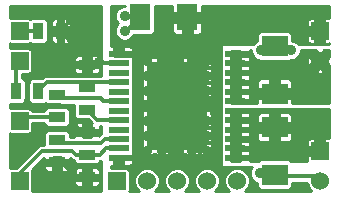
<source format=gtl>
G04 (created by PCBNEW (2013-07-07 BZR 4022)-stable) date 03/01/2015 23:01:15*
%MOIN*%
G04 Gerber Fmt 3.4, Leading zero omitted, Abs format*
%FSLAX34Y34*%
G01*
G70*
G90*
G04 APERTURE LIST*
%ADD10C,0.00590551*%
%ADD11R,0.06X0.06*%
%ADD12R,0.0866X0.0709*%
%ADD13R,0.0709X0.0866*%
%ADD14R,0.204724X0.295276*%
%ADD15R,0.0669291X0.0216535*%
%ADD16R,0.035X0.055*%
%ADD17R,0.055X0.035*%
%ADD18C,0.06*%
%ADD19C,0.035*%
%ADD20C,0.012*%
%ADD21C,0.01*%
G04 APERTURE END LIST*
G54D10*
G54D11*
X85500Y-59500D03*
X85500Y-61500D03*
X85500Y-56500D03*
X85500Y-57500D03*
G54D12*
X94000Y-57010D03*
X94000Y-58590D03*
X94000Y-61290D03*
X94000Y-59710D03*
G54D13*
X89510Y-56050D03*
X91090Y-56050D03*
G54D14*
X90750Y-59000D03*
G54D15*
X88808Y-57267D03*
X88808Y-57582D03*
X88808Y-57897D03*
X88808Y-58212D03*
X88808Y-58527D03*
X88808Y-58842D03*
X88808Y-59157D03*
X88808Y-59472D03*
X88808Y-59787D03*
X88808Y-60102D03*
X88808Y-60417D03*
X88808Y-60732D03*
X92691Y-60732D03*
X92691Y-60417D03*
X92691Y-60102D03*
X92691Y-59787D03*
X92691Y-59472D03*
X92691Y-59157D03*
X92691Y-58842D03*
X92691Y-58527D03*
X92691Y-58212D03*
X92691Y-57897D03*
X92691Y-57582D03*
X92691Y-57267D03*
G54D16*
X86125Y-56500D03*
X86875Y-56500D03*
G54D17*
X86750Y-59375D03*
X86750Y-58625D03*
G54D16*
X85375Y-58500D03*
X86125Y-58500D03*
G54D17*
X87750Y-60625D03*
X87750Y-61375D03*
X86750Y-60125D03*
X86750Y-60875D03*
X87750Y-59125D03*
X87750Y-59875D03*
X87750Y-58375D03*
X87750Y-57625D03*
G54D11*
X95500Y-60500D03*
G54D18*
X95500Y-61500D03*
G54D11*
X95500Y-56500D03*
G54D18*
X95500Y-57500D03*
G54D11*
X88750Y-61500D03*
G54D18*
X89750Y-61500D03*
X90750Y-61500D03*
X91750Y-61500D03*
X92750Y-61500D03*
G54D19*
X90750Y-59000D03*
X90500Y-58750D03*
X90000Y-60750D03*
X90500Y-60750D03*
X91000Y-60750D03*
X91500Y-60750D03*
X92000Y-60750D03*
X91750Y-60500D03*
X91250Y-60500D03*
X90750Y-60500D03*
X90250Y-60500D03*
X89750Y-60500D03*
X90000Y-60250D03*
X90500Y-60250D03*
X91000Y-60250D03*
X91500Y-60250D03*
X92000Y-60250D03*
X91750Y-60000D03*
X91250Y-60000D03*
X90750Y-60000D03*
X90250Y-60000D03*
X89750Y-60000D03*
X90000Y-59750D03*
X90500Y-59750D03*
X91000Y-59750D03*
X91500Y-59750D03*
X92000Y-59750D03*
X91750Y-59500D03*
X91250Y-59500D03*
X90750Y-59500D03*
X90250Y-59500D03*
X89750Y-59500D03*
X92000Y-57250D03*
X90250Y-59000D03*
X90000Y-58750D03*
X89750Y-59000D03*
X90000Y-59250D03*
X90500Y-59250D03*
X91000Y-59250D03*
X91500Y-59250D03*
X92000Y-59250D03*
X91750Y-59000D03*
X91250Y-59000D03*
X91000Y-58750D03*
X91500Y-58750D03*
X92000Y-58750D03*
X91750Y-58500D03*
X91250Y-58500D03*
X90750Y-58500D03*
X90250Y-58500D03*
X89750Y-58500D03*
X90000Y-58250D03*
X90500Y-58250D03*
X91000Y-58250D03*
X91500Y-58250D03*
X92000Y-58250D03*
X91750Y-58000D03*
X91250Y-58000D03*
X90750Y-58000D03*
X90250Y-58000D03*
X89750Y-58000D03*
X90000Y-57750D03*
X90500Y-57750D03*
X91000Y-57750D03*
X91500Y-57750D03*
X92000Y-57750D03*
X91750Y-57500D03*
X91250Y-57500D03*
X90750Y-57500D03*
X90250Y-57500D03*
X89750Y-57500D03*
X90000Y-57250D03*
X90500Y-57250D03*
X91000Y-57250D03*
X91500Y-57250D03*
X93550Y-57150D03*
X94550Y-57150D03*
X87200Y-56750D03*
X87200Y-56150D03*
X87300Y-59750D03*
X87250Y-61250D03*
X89000Y-56000D03*
X89000Y-56500D03*
X93500Y-61250D03*
X88150Y-57550D03*
G54D20*
X87750Y-60625D02*
X87375Y-60625D01*
X85500Y-61250D02*
X85500Y-61500D01*
X86250Y-60500D02*
X85500Y-61250D01*
X87250Y-60500D02*
X86250Y-60500D01*
X87375Y-60625D02*
X87250Y-60500D01*
X88808Y-60417D02*
X88382Y-60417D01*
X88175Y-60625D02*
X87750Y-60625D01*
X88382Y-60417D02*
X88175Y-60625D01*
X88808Y-59472D02*
X88097Y-59472D01*
X88097Y-59472D02*
X87750Y-59125D01*
X88808Y-60102D02*
X88347Y-60102D01*
X86875Y-60250D02*
X86750Y-60125D01*
X88200Y-60250D02*
X86875Y-60250D01*
X88347Y-60102D02*
X88200Y-60250D01*
X88808Y-58842D02*
X88292Y-58842D01*
X86875Y-58750D02*
X86750Y-58625D01*
X88200Y-58750D02*
X86875Y-58750D01*
X88292Y-58842D02*
X88200Y-58750D01*
X88808Y-58212D02*
X86412Y-58212D01*
X86412Y-58212D02*
X86125Y-58500D01*
X88808Y-58212D02*
X87912Y-58212D01*
X87912Y-58212D02*
X87750Y-58375D01*
X90500Y-58750D02*
X90750Y-59000D01*
X90250Y-59000D02*
X89750Y-59500D01*
X91000Y-60750D02*
X90500Y-60750D01*
X92000Y-60750D02*
X91500Y-60750D01*
X91250Y-60500D02*
X91750Y-60500D01*
X90250Y-60500D02*
X90750Y-60500D01*
X90000Y-60250D02*
X89750Y-60500D01*
X91000Y-60250D02*
X90500Y-60250D01*
X92000Y-60250D02*
X91500Y-60250D01*
X91250Y-60000D02*
X91750Y-60000D01*
X90250Y-60000D02*
X90750Y-60000D01*
X90000Y-59750D02*
X89750Y-60000D01*
X91000Y-59750D02*
X90500Y-59750D01*
X92000Y-59750D02*
X91500Y-59750D01*
X91250Y-59500D02*
X91750Y-59500D01*
X90250Y-59500D02*
X90750Y-59500D01*
X90000Y-58750D02*
X89750Y-59000D01*
X90000Y-59250D02*
X90500Y-59250D01*
X91000Y-59250D02*
X91500Y-59250D01*
X92000Y-59250D02*
X91750Y-59000D01*
X91250Y-59000D02*
X91000Y-58750D01*
X91500Y-58750D02*
X92000Y-58750D01*
X91750Y-58500D02*
X91250Y-58500D01*
X90750Y-58500D02*
X90250Y-58500D01*
X89750Y-58500D02*
X90000Y-58250D01*
X90500Y-58250D02*
X91000Y-58250D01*
X91500Y-58250D02*
X92000Y-58250D01*
X91750Y-58000D02*
X91250Y-58000D01*
X90750Y-58000D02*
X90250Y-58000D01*
X89750Y-58000D02*
X90000Y-57750D01*
X90500Y-57750D02*
X91000Y-57750D01*
X91500Y-57750D02*
X92000Y-57750D01*
X91750Y-57500D02*
X91250Y-57500D01*
X90750Y-57500D02*
X90250Y-57500D01*
X89750Y-57500D02*
X90000Y-57250D01*
X90500Y-57250D02*
X91000Y-57250D01*
X92000Y-57250D02*
X91500Y-57250D01*
X94000Y-57010D02*
X93690Y-57010D01*
X93690Y-57010D02*
X93550Y-57150D01*
X94000Y-57010D02*
X94410Y-57010D01*
X94410Y-57010D02*
X94550Y-57150D01*
X95450Y-61350D02*
X94060Y-61350D01*
X94060Y-61350D02*
X94000Y-61290D01*
X86875Y-56500D02*
X86875Y-56475D01*
X86875Y-56475D02*
X87200Y-56150D01*
X87750Y-59875D02*
X87425Y-59875D01*
X87425Y-59875D02*
X87300Y-59750D01*
X86750Y-60875D02*
X86875Y-60875D01*
X87375Y-61375D02*
X87250Y-61250D01*
X87375Y-61375D02*
X87750Y-61375D01*
X86875Y-60875D02*
X87250Y-61250D01*
X89000Y-56500D02*
X89060Y-56500D01*
X89050Y-56050D02*
X89000Y-56000D01*
X89510Y-56050D02*
X89050Y-56050D01*
X89060Y-56500D02*
X89510Y-56050D01*
X94000Y-61290D02*
X93540Y-61290D01*
X93540Y-61290D02*
X93500Y-61250D01*
X88808Y-57582D02*
X88182Y-57582D01*
X88182Y-57582D02*
X88150Y-57550D01*
X86125Y-56500D02*
X85500Y-56500D01*
X86750Y-59375D02*
X85625Y-59375D01*
X85625Y-59375D02*
X85500Y-59500D01*
X85375Y-58500D02*
X85375Y-57625D01*
X85375Y-57625D02*
X85500Y-57500D01*
G54D10*
G36*
X95830Y-56950D02*
X95362Y-56950D01*
X95362Y-56887D01*
X95362Y-56637D01*
X95362Y-56362D01*
X95362Y-56112D01*
X95325Y-56075D01*
X95254Y-56074D01*
X95195Y-56075D01*
X95139Y-56097D01*
X95097Y-56140D01*
X95074Y-56195D01*
X95075Y-56325D01*
X95112Y-56362D01*
X95362Y-56362D01*
X95362Y-56637D01*
X95112Y-56637D01*
X95075Y-56675D01*
X95074Y-56804D01*
X95097Y-56859D01*
X95139Y-56902D01*
X95195Y-56924D01*
X95254Y-56925D01*
X95325Y-56925D01*
X95362Y-56887D01*
X95362Y-56950D01*
X94809Y-56950D01*
X94734Y-56874D01*
X94614Y-56825D01*
X94583Y-56825D01*
X94583Y-56625D01*
X94560Y-56570D01*
X94518Y-56528D01*
X94462Y-56505D01*
X94403Y-56505D01*
X93537Y-56505D01*
X93482Y-56528D01*
X93439Y-56570D01*
X93417Y-56625D01*
X93416Y-56685D01*
X93416Y-56853D01*
X93366Y-56874D01*
X93290Y-56950D01*
X92200Y-56950D01*
X92200Y-61050D01*
X93240Y-61050D01*
X93224Y-61065D01*
X93175Y-61185D01*
X93174Y-61314D01*
X93224Y-61433D01*
X93315Y-61525D01*
X93416Y-61567D01*
X93416Y-61674D01*
X93439Y-61729D01*
X93481Y-61771D01*
X93537Y-61794D01*
X93596Y-61794D01*
X94462Y-61794D01*
X94517Y-61771D01*
X94560Y-61729D01*
X94582Y-61674D01*
X94583Y-61614D01*
X94583Y-61560D01*
X95074Y-61560D01*
X95074Y-61584D01*
X95139Y-61740D01*
X95229Y-61830D01*
X93020Y-61830D01*
X93110Y-61741D01*
X93174Y-61584D01*
X93175Y-61415D01*
X93110Y-61259D01*
X92991Y-61139D01*
X92834Y-61075D01*
X92665Y-61074D01*
X92509Y-61139D01*
X92389Y-61258D01*
X92325Y-61415D01*
X92324Y-61584D01*
X92389Y-61740D01*
X92479Y-61830D01*
X92020Y-61830D01*
X92110Y-61741D01*
X92174Y-61584D01*
X92175Y-61415D01*
X92110Y-61259D01*
X91991Y-61139D01*
X91923Y-61111D01*
X91923Y-60446D01*
X91923Y-57553D01*
X91923Y-57493D01*
X91900Y-57438D01*
X91858Y-57396D01*
X91803Y-57373D01*
X91594Y-57373D01*
X91594Y-56453D01*
X91594Y-56237D01*
X91557Y-56200D01*
X91240Y-56200D01*
X91240Y-56595D01*
X91277Y-56633D01*
X91474Y-56633D01*
X91529Y-56610D01*
X91571Y-56568D01*
X91594Y-56512D01*
X91594Y-56453D01*
X91594Y-57373D01*
X90940Y-57373D01*
X90940Y-56595D01*
X90940Y-56200D01*
X90623Y-56200D01*
X90585Y-56237D01*
X90585Y-56453D01*
X90585Y-56512D01*
X90608Y-56568D01*
X90650Y-56610D01*
X90705Y-56633D01*
X90902Y-56633D01*
X90940Y-56595D01*
X90940Y-57373D01*
X90937Y-57373D01*
X90900Y-57411D01*
X90900Y-58850D01*
X91886Y-58850D01*
X91923Y-58812D01*
X91923Y-57553D01*
X91923Y-60446D01*
X91923Y-59187D01*
X91886Y-59150D01*
X90900Y-59150D01*
X90900Y-60588D01*
X90937Y-60626D01*
X91803Y-60626D01*
X91858Y-60603D01*
X91900Y-60561D01*
X91923Y-60506D01*
X91923Y-60446D01*
X91923Y-61111D01*
X91834Y-61075D01*
X91665Y-61074D01*
X91509Y-61139D01*
X91389Y-61258D01*
X91325Y-61415D01*
X91324Y-61584D01*
X91389Y-61740D01*
X91479Y-61830D01*
X91020Y-61830D01*
X91110Y-61741D01*
X91174Y-61584D01*
X91175Y-61415D01*
X91110Y-61259D01*
X90991Y-61139D01*
X90834Y-61075D01*
X90665Y-61074D01*
X90600Y-61102D01*
X90600Y-60588D01*
X90600Y-59150D01*
X90600Y-58850D01*
X90600Y-57411D01*
X90562Y-57373D01*
X89696Y-57373D01*
X89641Y-57396D01*
X89599Y-57438D01*
X89576Y-57493D01*
X89576Y-57553D01*
X89576Y-58812D01*
X89613Y-58850D01*
X90600Y-58850D01*
X90600Y-59150D01*
X89613Y-59150D01*
X89576Y-59187D01*
X89576Y-60446D01*
X89576Y-60506D01*
X89599Y-60561D01*
X89641Y-60603D01*
X89696Y-60626D01*
X90562Y-60626D01*
X90600Y-60588D01*
X90600Y-61102D01*
X90509Y-61139D01*
X90389Y-61258D01*
X90325Y-61415D01*
X90324Y-61584D01*
X90389Y-61740D01*
X90479Y-61830D01*
X90020Y-61830D01*
X90110Y-61741D01*
X90174Y-61584D01*
X90175Y-61415D01*
X90110Y-61259D01*
X89991Y-61139D01*
X89834Y-61075D01*
X89665Y-61074D01*
X89509Y-61139D01*
X89389Y-61258D01*
X89325Y-61415D01*
X89324Y-61584D01*
X89389Y-61740D01*
X89479Y-61830D01*
X89292Y-61830D01*
X89292Y-60810D01*
X89292Y-60823D01*
X89255Y-60786D01*
X88958Y-60786D01*
X88958Y-60953D01*
X88995Y-60990D01*
X89172Y-60990D01*
X89227Y-60967D01*
X89269Y-60925D01*
X89292Y-60870D01*
X89292Y-60810D01*
X89292Y-61830D01*
X89164Y-61830D01*
X89174Y-61804D01*
X89175Y-61745D01*
X89175Y-61195D01*
X89152Y-61140D01*
X89110Y-61097D01*
X89054Y-61075D01*
X88995Y-61074D01*
X88550Y-61074D01*
X88550Y-60990D01*
X88620Y-60990D01*
X88658Y-60953D01*
X88658Y-60786D01*
X88650Y-60786D01*
X88650Y-60678D01*
X88658Y-60678D01*
X88658Y-60675D01*
X88958Y-60675D01*
X88958Y-60678D01*
X89255Y-60678D01*
X89292Y-60640D01*
X89292Y-60653D01*
X89292Y-60594D01*
X89284Y-60574D01*
X89292Y-60555D01*
X89292Y-60495D01*
X89292Y-60279D01*
X89284Y-60259D01*
X89292Y-60240D01*
X89292Y-60180D01*
X89292Y-59964D01*
X89284Y-59944D01*
X89292Y-59925D01*
X89292Y-59865D01*
X89292Y-59649D01*
X89284Y-59629D01*
X89292Y-59610D01*
X89292Y-59551D01*
X89292Y-59334D01*
X89284Y-59314D01*
X89292Y-59295D01*
X89292Y-59236D01*
X89292Y-59019D01*
X89284Y-59000D01*
X89292Y-58980D01*
X89292Y-58921D01*
X89292Y-58704D01*
X89284Y-58685D01*
X89292Y-58665D01*
X89292Y-58606D01*
X89292Y-58389D01*
X89284Y-58370D01*
X89292Y-58350D01*
X89292Y-58291D01*
X89292Y-58074D01*
X89284Y-58055D01*
X89292Y-58035D01*
X89292Y-57976D01*
X89292Y-57759D01*
X89284Y-57740D01*
X89292Y-57720D01*
X89292Y-57661D01*
X89292Y-57444D01*
X89284Y-57425D01*
X89292Y-57405D01*
X89292Y-57346D01*
X89292Y-57189D01*
X89292Y-57129D01*
X89269Y-57074D01*
X89227Y-57032D01*
X89172Y-57009D01*
X88995Y-57009D01*
X88958Y-57046D01*
X88958Y-57213D01*
X89255Y-57213D01*
X89292Y-57176D01*
X89292Y-57189D01*
X89292Y-57346D01*
X89292Y-57359D01*
X89255Y-57321D01*
X88958Y-57321D01*
X88958Y-57324D01*
X88658Y-57324D01*
X88658Y-57321D01*
X88650Y-57321D01*
X88650Y-57213D01*
X88658Y-57213D01*
X88658Y-57046D01*
X88620Y-57009D01*
X88550Y-57009D01*
X88550Y-55669D01*
X89005Y-55669D01*
X89005Y-55675D01*
X88935Y-55674D01*
X88816Y-55724D01*
X88724Y-55815D01*
X88675Y-55935D01*
X88674Y-56064D01*
X88724Y-56183D01*
X88790Y-56250D01*
X88724Y-56315D01*
X88675Y-56435D01*
X88674Y-56564D01*
X88724Y-56683D01*
X88815Y-56775D01*
X88935Y-56824D01*
X89064Y-56825D01*
X89183Y-56775D01*
X89275Y-56684D01*
X89296Y-56633D01*
X89894Y-56633D01*
X89949Y-56610D01*
X89991Y-56568D01*
X90014Y-56512D01*
X90014Y-56453D01*
X90014Y-55669D01*
X90585Y-55669D01*
X90585Y-55862D01*
X90623Y-55900D01*
X90940Y-55900D01*
X90940Y-55892D01*
X91240Y-55892D01*
X91240Y-55900D01*
X91557Y-55900D01*
X91594Y-55862D01*
X91594Y-55669D01*
X95830Y-55669D01*
X95830Y-56085D01*
X95804Y-56075D01*
X95745Y-56074D01*
X95675Y-56075D01*
X95637Y-56112D01*
X95637Y-56362D01*
X95657Y-56362D01*
X95657Y-56637D01*
X95637Y-56637D01*
X95637Y-56887D01*
X95675Y-56925D01*
X95745Y-56925D01*
X95804Y-56924D01*
X95830Y-56914D01*
X95830Y-56950D01*
X95830Y-56950D01*
G37*
G54D21*
X95830Y-56950D02*
X95362Y-56950D01*
X95362Y-56887D01*
X95362Y-56637D01*
X95362Y-56362D01*
X95362Y-56112D01*
X95325Y-56075D01*
X95254Y-56074D01*
X95195Y-56075D01*
X95139Y-56097D01*
X95097Y-56140D01*
X95074Y-56195D01*
X95075Y-56325D01*
X95112Y-56362D01*
X95362Y-56362D01*
X95362Y-56637D01*
X95112Y-56637D01*
X95075Y-56675D01*
X95074Y-56804D01*
X95097Y-56859D01*
X95139Y-56902D01*
X95195Y-56924D01*
X95254Y-56925D01*
X95325Y-56925D01*
X95362Y-56887D01*
X95362Y-56950D01*
X94809Y-56950D01*
X94734Y-56874D01*
X94614Y-56825D01*
X94583Y-56825D01*
X94583Y-56625D01*
X94560Y-56570D01*
X94518Y-56528D01*
X94462Y-56505D01*
X94403Y-56505D01*
X93537Y-56505D01*
X93482Y-56528D01*
X93439Y-56570D01*
X93417Y-56625D01*
X93416Y-56685D01*
X93416Y-56853D01*
X93366Y-56874D01*
X93290Y-56950D01*
X92200Y-56950D01*
X92200Y-61050D01*
X93240Y-61050D01*
X93224Y-61065D01*
X93175Y-61185D01*
X93174Y-61314D01*
X93224Y-61433D01*
X93315Y-61525D01*
X93416Y-61567D01*
X93416Y-61674D01*
X93439Y-61729D01*
X93481Y-61771D01*
X93537Y-61794D01*
X93596Y-61794D01*
X94462Y-61794D01*
X94517Y-61771D01*
X94560Y-61729D01*
X94582Y-61674D01*
X94583Y-61614D01*
X94583Y-61560D01*
X95074Y-61560D01*
X95074Y-61584D01*
X95139Y-61740D01*
X95229Y-61830D01*
X93020Y-61830D01*
X93110Y-61741D01*
X93174Y-61584D01*
X93175Y-61415D01*
X93110Y-61259D01*
X92991Y-61139D01*
X92834Y-61075D01*
X92665Y-61074D01*
X92509Y-61139D01*
X92389Y-61258D01*
X92325Y-61415D01*
X92324Y-61584D01*
X92389Y-61740D01*
X92479Y-61830D01*
X92020Y-61830D01*
X92110Y-61741D01*
X92174Y-61584D01*
X92175Y-61415D01*
X92110Y-61259D01*
X91991Y-61139D01*
X91923Y-61111D01*
X91923Y-60446D01*
X91923Y-57553D01*
X91923Y-57493D01*
X91900Y-57438D01*
X91858Y-57396D01*
X91803Y-57373D01*
X91594Y-57373D01*
X91594Y-56453D01*
X91594Y-56237D01*
X91557Y-56200D01*
X91240Y-56200D01*
X91240Y-56595D01*
X91277Y-56633D01*
X91474Y-56633D01*
X91529Y-56610D01*
X91571Y-56568D01*
X91594Y-56512D01*
X91594Y-56453D01*
X91594Y-57373D01*
X90940Y-57373D01*
X90940Y-56595D01*
X90940Y-56200D01*
X90623Y-56200D01*
X90585Y-56237D01*
X90585Y-56453D01*
X90585Y-56512D01*
X90608Y-56568D01*
X90650Y-56610D01*
X90705Y-56633D01*
X90902Y-56633D01*
X90940Y-56595D01*
X90940Y-57373D01*
X90937Y-57373D01*
X90900Y-57411D01*
X90900Y-58850D01*
X91886Y-58850D01*
X91923Y-58812D01*
X91923Y-57553D01*
X91923Y-60446D01*
X91923Y-59187D01*
X91886Y-59150D01*
X90900Y-59150D01*
X90900Y-60588D01*
X90937Y-60626D01*
X91803Y-60626D01*
X91858Y-60603D01*
X91900Y-60561D01*
X91923Y-60506D01*
X91923Y-60446D01*
X91923Y-61111D01*
X91834Y-61075D01*
X91665Y-61074D01*
X91509Y-61139D01*
X91389Y-61258D01*
X91325Y-61415D01*
X91324Y-61584D01*
X91389Y-61740D01*
X91479Y-61830D01*
X91020Y-61830D01*
X91110Y-61741D01*
X91174Y-61584D01*
X91175Y-61415D01*
X91110Y-61259D01*
X90991Y-61139D01*
X90834Y-61075D01*
X90665Y-61074D01*
X90600Y-61102D01*
X90600Y-60588D01*
X90600Y-59150D01*
X90600Y-58850D01*
X90600Y-57411D01*
X90562Y-57373D01*
X89696Y-57373D01*
X89641Y-57396D01*
X89599Y-57438D01*
X89576Y-57493D01*
X89576Y-57553D01*
X89576Y-58812D01*
X89613Y-58850D01*
X90600Y-58850D01*
X90600Y-59150D01*
X89613Y-59150D01*
X89576Y-59187D01*
X89576Y-60446D01*
X89576Y-60506D01*
X89599Y-60561D01*
X89641Y-60603D01*
X89696Y-60626D01*
X90562Y-60626D01*
X90600Y-60588D01*
X90600Y-61102D01*
X90509Y-61139D01*
X90389Y-61258D01*
X90325Y-61415D01*
X90324Y-61584D01*
X90389Y-61740D01*
X90479Y-61830D01*
X90020Y-61830D01*
X90110Y-61741D01*
X90174Y-61584D01*
X90175Y-61415D01*
X90110Y-61259D01*
X89991Y-61139D01*
X89834Y-61075D01*
X89665Y-61074D01*
X89509Y-61139D01*
X89389Y-61258D01*
X89325Y-61415D01*
X89324Y-61584D01*
X89389Y-61740D01*
X89479Y-61830D01*
X89292Y-61830D01*
X89292Y-60810D01*
X89292Y-60823D01*
X89255Y-60786D01*
X88958Y-60786D01*
X88958Y-60953D01*
X88995Y-60990D01*
X89172Y-60990D01*
X89227Y-60967D01*
X89269Y-60925D01*
X89292Y-60870D01*
X89292Y-60810D01*
X89292Y-61830D01*
X89164Y-61830D01*
X89174Y-61804D01*
X89175Y-61745D01*
X89175Y-61195D01*
X89152Y-61140D01*
X89110Y-61097D01*
X89054Y-61075D01*
X88995Y-61074D01*
X88550Y-61074D01*
X88550Y-60990D01*
X88620Y-60990D01*
X88658Y-60953D01*
X88658Y-60786D01*
X88650Y-60786D01*
X88650Y-60678D01*
X88658Y-60678D01*
X88658Y-60675D01*
X88958Y-60675D01*
X88958Y-60678D01*
X89255Y-60678D01*
X89292Y-60640D01*
X89292Y-60653D01*
X89292Y-60594D01*
X89284Y-60574D01*
X89292Y-60555D01*
X89292Y-60495D01*
X89292Y-60279D01*
X89284Y-60259D01*
X89292Y-60240D01*
X89292Y-60180D01*
X89292Y-59964D01*
X89284Y-59944D01*
X89292Y-59925D01*
X89292Y-59865D01*
X89292Y-59649D01*
X89284Y-59629D01*
X89292Y-59610D01*
X89292Y-59551D01*
X89292Y-59334D01*
X89284Y-59314D01*
X89292Y-59295D01*
X89292Y-59236D01*
X89292Y-59019D01*
X89284Y-59000D01*
X89292Y-58980D01*
X89292Y-58921D01*
X89292Y-58704D01*
X89284Y-58685D01*
X89292Y-58665D01*
X89292Y-58606D01*
X89292Y-58389D01*
X89284Y-58370D01*
X89292Y-58350D01*
X89292Y-58291D01*
X89292Y-58074D01*
X89284Y-58055D01*
X89292Y-58035D01*
X89292Y-57976D01*
X89292Y-57759D01*
X89284Y-57740D01*
X89292Y-57720D01*
X89292Y-57661D01*
X89292Y-57444D01*
X89284Y-57425D01*
X89292Y-57405D01*
X89292Y-57346D01*
X89292Y-57189D01*
X89292Y-57129D01*
X89269Y-57074D01*
X89227Y-57032D01*
X89172Y-57009D01*
X88995Y-57009D01*
X88958Y-57046D01*
X88958Y-57213D01*
X89255Y-57213D01*
X89292Y-57176D01*
X89292Y-57189D01*
X89292Y-57346D01*
X89292Y-57359D01*
X89255Y-57321D01*
X88958Y-57321D01*
X88958Y-57324D01*
X88658Y-57324D01*
X88658Y-57321D01*
X88650Y-57321D01*
X88650Y-57213D01*
X88658Y-57213D01*
X88658Y-57046D01*
X88620Y-57009D01*
X88550Y-57009D01*
X88550Y-55669D01*
X89005Y-55669D01*
X89005Y-55675D01*
X88935Y-55674D01*
X88816Y-55724D01*
X88724Y-55815D01*
X88675Y-55935D01*
X88674Y-56064D01*
X88724Y-56183D01*
X88790Y-56250D01*
X88724Y-56315D01*
X88675Y-56435D01*
X88674Y-56564D01*
X88724Y-56683D01*
X88815Y-56775D01*
X88935Y-56824D01*
X89064Y-56825D01*
X89183Y-56775D01*
X89275Y-56684D01*
X89296Y-56633D01*
X89894Y-56633D01*
X89949Y-56610D01*
X89991Y-56568D01*
X90014Y-56512D01*
X90014Y-56453D01*
X90014Y-55669D01*
X90585Y-55669D01*
X90585Y-55862D01*
X90623Y-55900D01*
X90940Y-55900D01*
X90940Y-55892D01*
X91240Y-55892D01*
X91240Y-55900D01*
X91557Y-55900D01*
X91594Y-55862D01*
X91594Y-55669D01*
X95830Y-55669D01*
X95830Y-56085D01*
X95804Y-56075D01*
X95745Y-56074D01*
X95675Y-56075D01*
X95637Y-56112D01*
X95637Y-56362D01*
X95657Y-56362D01*
X95657Y-56637D01*
X95637Y-56637D01*
X95637Y-56887D01*
X95675Y-56925D01*
X95745Y-56925D01*
X95804Y-56924D01*
X95830Y-56914D01*
X95830Y-56950D01*
G54D10*
G36*
X95830Y-58900D02*
X95665Y-58900D01*
X95665Y-57859D01*
X95500Y-57694D01*
X95334Y-57859D01*
X95369Y-57913D01*
X95537Y-57931D01*
X95630Y-57913D01*
X95665Y-57859D01*
X95665Y-58900D01*
X95305Y-58900D01*
X95305Y-57500D01*
X95140Y-57334D01*
X95086Y-57369D01*
X95068Y-57537D01*
X95086Y-57630D01*
X95140Y-57665D01*
X95305Y-57500D01*
X95305Y-58900D01*
X94583Y-58900D01*
X94583Y-58205D01*
X94560Y-58150D01*
X94518Y-58108D01*
X94462Y-58085D01*
X94403Y-58085D01*
X94187Y-58085D01*
X94150Y-58123D01*
X94150Y-58440D01*
X94545Y-58440D01*
X94583Y-58402D01*
X94583Y-58205D01*
X94583Y-58900D01*
X94583Y-58900D01*
X94583Y-58777D01*
X94545Y-58740D01*
X94150Y-58740D01*
X94150Y-58747D01*
X93850Y-58747D01*
X93850Y-58740D01*
X93850Y-58440D01*
X93850Y-58123D01*
X93812Y-58085D01*
X93596Y-58085D01*
X93537Y-58085D01*
X93481Y-58108D01*
X93439Y-58150D01*
X93416Y-58205D01*
X93417Y-58402D01*
X93454Y-58440D01*
X93850Y-58440D01*
X93850Y-58740D01*
X93454Y-58740D01*
X93417Y-58777D01*
X93416Y-58900D01*
X93176Y-58900D01*
X93176Y-58763D01*
X93176Y-58704D01*
X93168Y-58685D01*
X93176Y-58665D01*
X93176Y-58606D01*
X93176Y-58448D01*
X93176Y-58389D01*
X93168Y-58370D01*
X93176Y-58350D01*
X93176Y-58291D01*
X93176Y-58134D01*
X93176Y-58074D01*
X93168Y-58055D01*
X93176Y-58035D01*
X93176Y-57976D01*
X93176Y-57819D01*
X93176Y-57759D01*
X93168Y-57740D01*
X93176Y-57720D01*
X93176Y-57661D01*
X93176Y-57504D01*
X93176Y-57444D01*
X93168Y-57425D01*
X93176Y-57405D01*
X93176Y-57346D01*
X93176Y-57359D01*
X93139Y-57321D01*
X92841Y-57321D01*
X92841Y-57361D01*
X92841Y-57488D01*
X92841Y-57528D01*
X93139Y-57528D01*
X93176Y-57491D01*
X93176Y-57504D01*
X93176Y-57661D01*
X93176Y-57674D01*
X93139Y-57636D01*
X92841Y-57636D01*
X92841Y-57676D01*
X92841Y-57803D01*
X92841Y-57843D01*
X93139Y-57843D01*
X93176Y-57806D01*
X93176Y-57819D01*
X93176Y-57976D01*
X93176Y-57989D01*
X93139Y-57951D01*
X92841Y-57951D01*
X92841Y-57991D01*
X92841Y-58118D01*
X92841Y-58158D01*
X93139Y-58158D01*
X93176Y-58120D01*
X93176Y-58134D01*
X93176Y-58291D01*
X93176Y-58304D01*
X93139Y-58266D01*
X92841Y-58266D01*
X92841Y-58306D01*
X92841Y-58433D01*
X92841Y-58473D01*
X93139Y-58473D01*
X93176Y-58435D01*
X93176Y-58448D01*
X93176Y-58606D01*
X93176Y-58619D01*
X93139Y-58581D01*
X92841Y-58581D01*
X92841Y-58621D01*
X92841Y-58748D01*
X92841Y-58788D01*
X93139Y-58788D01*
X93176Y-58750D01*
X93176Y-58763D01*
X93176Y-58900D01*
X93142Y-58900D01*
X93139Y-58896D01*
X92841Y-58896D01*
X92841Y-58899D01*
X92541Y-58899D01*
X92541Y-58896D01*
X92534Y-58896D01*
X92534Y-58788D01*
X92541Y-58788D01*
X92541Y-58748D01*
X92541Y-58621D01*
X92541Y-58581D01*
X92534Y-58581D01*
X92534Y-58473D01*
X92541Y-58473D01*
X92541Y-58433D01*
X92541Y-58306D01*
X92541Y-58266D01*
X92534Y-58266D01*
X92534Y-58158D01*
X92541Y-58158D01*
X92541Y-58118D01*
X92541Y-57991D01*
X92541Y-57951D01*
X92534Y-57951D01*
X92534Y-57843D01*
X92541Y-57843D01*
X92541Y-57803D01*
X92541Y-57676D01*
X92541Y-57636D01*
X92534Y-57636D01*
X92534Y-57528D01*
X92541Y-57528D01*
X92541Y-57488D01*
X92541Y-57361D01*
X92541Y-57321D01*
X92534Y-57321D01*
X92534Y-57213D01*
X92541Y-57213D01*
X92541Y-57159D01*
X92841Y-57159D01*
X92841Y-57213D01*
X93139Y-57213D01*
X93176Y-57176D01*
X93176Y-57189D01*
X93176Y-57150D01*
X93224Y-57150D01*
X93224Y-57214D01*
X93274Y-57333D01*
X93365Y-57425D01*
X93451Y-57460D01*
X93481Y-57491D01*
X93537Y-57514D01*
X93596Y-57514D01*
X94462Y-57514D01*
X94517Y-57491D01*
X94534Y-57474D01*
X94614Y-57475D01*
X94733Y-57425D01*
X94825Y-57334D01*
X94874Y-57214D01*
X94875Y-57150D01*
X95344Y-57150D01*
X95500Y-57305D01*
X95655Y-57150D01*
X95830Y-57150D01*
X95830Y-57364D01*
X95694Y-57500D01*
X95830Y-57635D01*
X95830Y-58900D01*
X95830Y-58900D01*
G37*
G54D21*
X95830Y-58900D02*
X95665Y-58900D01*
X95665Y-57859D01*
X95500Y-57694D01*
X95334Y-57859D01*
X95369Y-57913D01*
X95537Y-57931D01*
X95630Y-57913D01*
X95665Y-57859D01*
X95665Y-58900D01*
X95305Y-58900D01*
X95305Y-57500D01*
X95140Y-57334D01*
X95086Y-57369D01*
X95068Y-57537D01*
X95086Y-57630D01*
X95140Y-57665D01*
X95305Y-57500D01*
X95305Y-58900D01*
X94583Y-58900D01*
X94583Y-58205D01*
X94560Y-58150D01*
X94518Y-58108D01*
X94462Y-58085D01*
X94403Y-58085D01*
X94187Y-58085D01*
X94150Y-58123D01*
X94150Y-58440D01*
X94545Y-58440D01*
X94583Y-58402D01*
X94583Y-58205D01*
X94583Y-58900D01*
X94583Y-58900D01*
X94583Y-58777D01*
X94545Y-58740D01*
X94150Y-58740D01*
X94150Y-58747D01*
X93850Y-58747D01*
X93850Y-58740D01*
X93850Y-58440D01*
X93850Y-58123D01*
X93812Y-58085D01*
X93596Y-58085D01*
X93537Y-58085D01*
X93481Y-58108D01*
X93439Y-58150D01*
X93416Y-58205D01*
X93417Y-58402D01*
X93454Y-58440D01*
X93850Y-58440D01*
X93850Y-58740D01*
X93454Y-58740D01*
X93417Y-58777D01*
X93416Y-58900D01*
X93176Y-58900D01*
X93176Y-58763D01*
X93176Y-58704D01*
X93168Y-58685D01*
X93176Y-58665D01*
X93176Y-58606D01*
X93176Y-58448D01*
X93176Y-58389D01*
X93168Y-58370D01*
X93176Y-58350D01*
X93176Y-58291D01*
X93176Y-58134D01*
X93176Y-58074D01*
X93168Y-58055D01*
X93176Y-58035D01*
X93176Y-57976D01*
X93176Y-57819D01*
X93176Y-57759D01*
X93168Y-57740D01*
X93176Y-57720D01*
X93176Y-57661D01*
X93176Y-57504D01*
X93176Y-57444D01*
X93168Y-57425D01*
X93176Y-57405D01*
X93176Y-57346D01*
X93176Y-57359D01*
X93139Y-57321D01*
X92841Y-57321D01*
X92841Y-57361D01*
X92841Y-57488D01*
X92841Y-57528D01*
X93139Y-57528D01*
X93176Y-57491D01*
X93176Y-57504D01*
X93176Y-57661D01*
X93176Y-57674D01*
X93139Y-57636D01*
X92841Y-57636D01*
X92841Y-57676D01*
X92841Y-57803D01*
X92841Y-57843D01*
X93139Y-57843D01*
X93176Y-57806D01*
X93176Y-57819D01*
X93176Y-57976D01*
X93176Y-57989D01*
X93139Y-57951D01*
X92841Y-57951D01*
X92841Y-57991D01*
X92841Y-58118D01*
X92841Y-58158D01*
X93139Y-58158D01*
X93176Y-58120D01*
X93176Y-58134D01*
X93176Y-58291D01*
X93176Y-58304D01*
X93139Y-58266D01*
X92841Y-58266D01*
X92841Y-58306D01*
X92841Y-58433D01*
X92841Y-58473D01*
X93139Y-58473D01*
X93176Y-58435D01*
X93176Y-58448D01*
X93176Y-58606D01*
X93176Y-58619D01*
X93139Y-58581D01*
X92841Y-58581D01*
X92841Y-58621D01*
X92841Y-58748D01*
X92841Y-58788D01*
X93139Y-58788D01*
X93176Y-58750D01*
X93176Y-58763D01*
X93176Y-58900D01*
X93142Y-58900D01*
X93139Y-58896D01*
X92841Y-58896D01*
X92841Y-58899D01*
X92541Y-58899D01*
X92541Y-58896D01*
X92534Y-58896D01*
X92534Y-58788D01*
X92541Y-58788D01*
X92541Y-58748D01*
X92541Y-58621D01*
X92541Y-58581D01*
X92534Y-58581D01*
X92534Y-58473D01*
X92541Y-58473D01*
X92541Y-58433D01*
X92541Y-58306D01*
X92541Y-58266D01*
X92534Y-58266D01*
X92534Y-58158D01*
X92541Y-58158D01*
X92541Y-58118D01*
X92541Y-57991D01*
X92541Y-57951D01*
X92534Y-57951D01*
X92534Y-57843D01*
X92541Y-57843D01*
X92541Y-57803D01*
X92541Y-57676D01*
X92541Y-57636D01*
X92534Y-57636D01*
X92534Y-57528D01*
X92541Y-57528D01*
X92541Y-57488D01*
X92541Y-57361D01*
X92541Y-57321D01*
X92534Y-57321D01*
X92534Y-57213D01*
X92541Y-57213D01*
X92541Y-57159D01*
X92841Y-57159D01*
X92841Y-57213D01*
X93139Y-57213D01*
X93176Y-57176D01*
X93176Y-57189D01*
X93176Y-57150D01*
X93224Y-57150D01*
X93224Y-57214D01*
X93274Y-57333D01*
X93365Y-57425D01*
X93451Y-57460D01*
X93481Y-57491D01*
X93537Y-57514D01*
X93596Y-57514D01*
X94462Y-57514D01*
X94517Y-57491D01*
X94534Y-57474D01*
X94614Y-57475D01*
X94733Y-57425D01*
X94825Y-57334D01*
X94874Y-57214D01*
X94875Y-57150D01*
X95344Y-57150D01*
X95500Y-57305D01*
X95655Y-57150D01*
X95830Y-57150D01*
X95830Y-57364D01*
X95694Y-57500D01*
X95830Y-57635D01*
X95830Y-58900D01*
G54D10*
G36*
X95830Y-60085D02*
X95804Y-60075D01*
X95745Y-60074D01*
X95675Y-60075D01*
X95637Y-60112D01*
X95637Y-60362D01*
X95657Y-60362D01*
X95657Y-60637D01*
X95637Y-60637D01*
X95637Y-60657D01*
X95362Y-60657D01*
X95362Y-60637D01*
X95362Y-60362D01*
X95362Y-60112D01*
X95325Y-60075D01*
X95254Y-60074D01*
X95195Y-60075D01*
X95139Y-60097D01*
X95097Y-60140D01*
X95074Y-60195D01*
X95075Y-60325D01*
X95112Y-60362D01*
X95362Y-60362D01*
X95362Y-60637D01*
X95112Y-60637D01*
X95075Y-60675D01*
X95074Y-60804D01*
X95093Y-60850D01*
X94583Y-60850D01*
X94583Y-60094D01*
X94583Y-59325D01*
X94560Y-59270D01*
X94518Y-59228D01*
X94462Y-59205D01*
X94403Y-59205D01*
X94187Y-59205D01*
X94150Y-59243D01*
X94150Y-59560D01*
X94545Y-59560D01*
X94583Y-59522D01*
X94583Y-59325D01*
X94583Y-60094D01*
X94583Y-59897D01*
X94545Y-59860D01*
X94150Y-59860D01*
X94150Y-60177D01*
X94187Y-60214D01*
X94403Y-60214D01*
X94462Y-60214D01*
X94518Y-60191D01*
X94560Y-60149D01*
X94583Y-60094D01*
X94583Y-60850D01*
X94559Y-60850D01*
X94518Y-60808D01*
X94462Y-60785D01*
X94403Y-60785D01*
X93850Y-60785D01*
X93850Y-60177D01*
X93850Y-59860D01*
X93850Y-59560D01*
X93850Y-59243D01*
X93812Y-59205D01*
X93596Y-59205D01*
X93537Y-59205D01*
X93481Y-59228D01*
X93439Y-59270D01*
X93416Y-59325D01*
X93417Y-59522D01*
X93454Y-59560D01*
X93850Y-59560D01*
X93850Y-59860D01*
X93454Y-59860D01*
X93417Y-59897D01*
X93416Y-60094D01*
X93439Y-60149D01*
X93481Y-60191D01*
X93537Y-60214D01*
X93596Y-60214D01*
X93812Y-60214D01*
X93850Y-60177D01*
X93850Y-60785D01*
X93537Y-60785D01*
X93482Y-60808D01*
X93440Y-60850D01*
X93176Y-60850D01*
X93176Y-60810D01*
X93176Y-60653D01*
X93176Y-60594D01*
X93168Y-60574D01*
X93176Y-60555D01*
X93176Y-60495D01*
X93176Y-60338D01*
X93176Y-60279D01*
X93168Y-60259D01*
X93176Y-60240D01*
X93176Y-60180D01*
X93176Y-60023D01*
X93176Y-59964D01*
X93168Y-59944D01*
X93176Y-59925D01*
X93176Y-59865D01*
X93176Y-59708D01*
X93176Y-59649D01*
X93168Y-59629D01*
X93176Y-59610D01*
X93176Y-59551D01*
X93176Y-59393D01*
X93176Y-59334D01*
X93168Y-59314D01*
X93176Y-59295D01*
X93176Y-59236D01*
X93176Y-59249D01*
X93139Y-59211D01*
X92841Y-59211D01*
X92841Y-59251D01*
X92841Y-59378D01*
X92841Y-59418D01*
X93139Y-59418D01*
X93176Y-59380D01*
X93176Y-59393D01*
X93176Y-59551D01*
X93176Y-59564D01*
X93139Y-59526D01*
X92841Y-59526D01*
X92841Y-59566D01*
X92841Y-59693D01*
X92841Y-59733D01*
X93139Y-59733D01*
X93176Y-59695D01*
X93176Y-59708D01*
X93176Y-59865D01*
X93176Y-59879D01*
X93139Y-59841D01*
X92841Y-59841D01*
X92841Y-59881D01*
X92841Y-60008D01*
X92841Y-60048D01*
X93139Y-60048D01*
X93176Y-60010D01*
X93176Y-60023D01*
X93176Y-60180D01*
X93176Y-60193D01*
X93139Y-60156D01*
X92841Y-60156D01*
X92841Y-60196D01*
X92841Y-60323D01*
X92841Y-60363D01*
X93139Y-60363D01*
X93176Y-60325D01*
X93176Y-60338D01*
X93176Y-60495D01*
X93176Y-60508D01*
X93139Y-60471D01*
X92841Y-60471D01*
X92841Y-60511D01*
X92841Y-60638D01*
X92841Y-60678D01*
X93139Y-60678D01*
X93176Y-60640D01*
X93176Y-60653D01*
X93176Y-60810D01*
X93176Y-60823D01*
X93139Y-60786D01*
X92841Y-60786D01*
X92841Y-60840D01*
X92541Y-60840D01*
X92541Y-60786D01*
X92534Y-60786D01*
X92534Y-60678D01*
X92541Y-60678D01*
X92541Y-60638D01*
X92541Y-60511D01*
X92541Y-60471D01*
X92534Y-60471D01*
X92534Y-60363D01*
X92541Y-60363D01*
X92541Y-60323D01*
X92541Y-60196D01*
X92541Y-60156D01*
X92534Y-60156D01*
X92534Y-60048D01*
X92541Y-60048D01*
X92541Y-60008D01*
X92541Y-59881D01*
X92541Y-59841D01*
X92534Y-59841D01*
X92534Y-59733D01*
X92541Y-59733D01*
X92541Y-59693D01*
X92541Y-59566D01*
X92541Y-59526D01*
X92534Y-59526D01*
X92534Y-59418D01*
X92541Y-59418D01*
X92541Y-59378D01*
X92541Y-59251D01*
X92541Y-59211D01*
X92534Y-59211D01*
X92534Y-59103D01*
X92541Y-59103D01*
X92541Y-59100D01*
X92841Y-59100D01*
X92841Y-59103D01*
X93139Y-59103D01*
X93142Y-59100D01*
X95830Y-59100D01*
X95830Y-60085D01*
X95830Y-60085D01*
G37*
G54D21*
X95830Y-60085D02*
X95804Y-60075D01*
X95745Y-60074D01*
X95675Y-60075D01*
X95637Y-60112D01*
X95637Y-60362D01*
X95657Y-60362D01*
X95657Y-60637D01*
X95637Y-60637D01*
X95637Y-60657D01*
X95362Y-60657D01*
X95362Y-60637D01*
X95362Y-60362D01*
X95362Y-60112D01*
X95325Y-60075D01*
X95254Y-60074D01*
X95195Y-60075D01*
X95139Y-60097D01*
X95097Y-60140D01*
X95074Y-60195D01*
X95075Y-60325D01*
X95112Y-60362D01*
X95362Y-60362D01*
X95362Y-60637D01*
X95112Y-60637D01*
X95075Y-60675D01*
X95074Y-60804D01*
X95093Y-60850D01*
X94583Y-60850D01*
X94583Y-60094D01*
X94583Y-59325D01*
X94560Y-59270D01*
X94518Y-59228D01*
X94462Y-59205D01*
X94403Y-59205D01*
X94187Y-59205D01*
X94150Y-59243D01*
X94150Y-59560D01*
X94545Y-59560D01*
X94583Y-59522D01*
X94583Y-59325D01*
X94583Y-60094D01*
X94583Y-59897D01*
X94545Y-59860D01*
X94150Y-59860D01*
X94150Y-60177D01*
X94187Y-60214D01*
X94403Y-60214D01*
X94462Y-60214D01*
X94518Y-60191D01*
X94560Y-60149D01*
X94583Y-60094D01*
X94583Y-60850D01*
X94559Y-60850D01*
X94518Y-60808D01*
X94462Y-60785D01*
X94403Y-60785D01*
X93850Y-60785D01*
X93850Y-60177D01*
X93850Y-59860D01*
X93850Y-59560D01*
X93850Y-59243D01*
X93812Y-59205D01*
X93596Y-59205D01*
X93537Y-59205D01*
X93481Y-59228D01*
X93439Y-59270D01*
X93416Y-59325D01*
X93417Y-59522D01*
X93454Y-59560D01*
X93850Y-59560D01*
X93850Y-59860D01*
X93454Y-59860D01*
X93417Y-59897D01*
X93416Y-60094D01*
X93439Y-60149D01*
X93481Y-60191D01*
X93537Y-60214D01*
X93596Y-60214D01*
X93812Y-60214D01*
X93850Y-60177D01*
X93850Y-60785D01*
X93537Y-60785D01*
X93482Y-60808D01*
X93440Y-60850D01*
X93176Y-60850D01*
X93176Y-60810D01*
X93176Y-60653D01*
X93176Y-60594D01*
X93168Y-60574D01*
X93176Y-60555D01*
X93176Y-60495D01*
X93176Y-60338D01*
X93176Y-60279D01*
X93168Y-60259D01*
X93176Y-60240D01*
X93176Y-60180D01*
X93176Y-60023D01*
X93176Y-59964D01*
X93168Y-59944D01*
X93176Y-59925D01*
X93176Y-59865D01*
X93176Y-59708D01*
X93176Y-59649D01*
X93168Y-59629D01*
X93176Y-59610D01*
X93176Y-59551D01*
X93176Y-59393D01*
X93176Y-59334D01*
X93168Y-59314D01*
X93176Y-59295D01*
X93176Y-59236D01*
X93176Y-59249D01*
X93139Y-59211D01*
X92841Y-59211D01*
X92841Y-59251D01*
X92841Y-59378D01*
X92841Y-59418D01*
X93139Y-59418D01*
X93176Y-59380D01*
X93176Y-59393D01*
X93176Y-59551D01*
X93176Y-59564D01*
X93139Y-59526D01*
X92841Y-59526D01*
X92841Y-59566D01*
X92841Y-59693D01*
X92841Y-59733D01*
X93139Y-59733D01*
X93176Y-59695D01*
X93176Y-59708D01*
X93176Y-59865D01*
X93176Y-59879D01*
X93139Y-59841D01*
X92841Y-59841D01*
X92841Y-59881D01*
X92841Y-60008D01*
X92841Y-60048D01*
X93139Y-60048D01*
X93176Y-60010D01*
X93176Y-60023D01*
X93176Y-60180D01*
X93176Y-60193D01*
X93139Y-60156D01*
X92841Y-60156D01*
X92841Y-60196D01*
X92841Y-60323D01*
X92841Y-60363D01*
X93139Y-60363D01*
X93176Y-60325D01*
X93176Y-60338D01*
X93176Y-60495D01*
X93176Y-60508D01*
X93139Y-60471D01*
X92841Y-60471D01*
X92841Y-60511D01*
X92841Y-60638D01*
X92841Y-60678D01*
X93139Y-60678D01*
X93176Y-60640D01*
X93176Y-60653D01*
X93176Y-60810D01*
X93176Y-60823D01*
X93139Y-60786D01*
X92841Y-60786D01*
X92841Y-60840D01*
X92541Y-60840D01*
X92541Y-60786D01*
X92534Y-60786D01*
X92534Y-60678D01*
X92541Y-60678D01*
X92541Y-60638D01*
X92541Y-60511D01*
X92541Y-60471D01*
X92534Y-60471D01*
X92534Y-60363D01*
X92541Y-60363D01*
X92541Y-60323D01*
X92541Y-60196D01*
X92541Y-60156D01*
X92534Y-60156D01*
X92534Y-60048D01*
X92541Y-60048D01*
X92541Y-60008D01*
X92541Y-59881D01*
X92541Y-59841D01*
X92534Y-59841D01*
X92534Y-59733D01*
X92541Y-59733D01*
X92541Y-59693D01*
X92541Y-59566D01*
X92541Y-59526D01*
X92534Y-59526D01*
X92534Y-59418D01*
X92541Y-59418D01*
X92541Y-59378D01*
X92541Y-59251D01*
X92541Y-59211D01*
X92534Y-59211D01*
X92534Y-59103D01*
X92541Y-59103D01*
X92541Y-59100D01*
X92841Y-59100D01*
X92841Y-59103D01*
X93139Y-59103D01*
X93142Y-59100D01*
X95830Y-59100D01*
X95830Y-60085D01*
G54D10*
G36*
X88200Y-59953D02*
X88199Y-59953D01*
X88164Y-59989D01*
X88137Y-59962D01*
X87887Y-59962D01*
X87887Y-60032D01*
X87612Y-60032D01*
X87612Y-59962D01*
X87612Y-59787D01*
X87612Y-59587D01*
X87575Y-59550D01*
X87504Y-59549D01*
X87445Y-59550D01*
X87389Y-59572D01*
X87347Y-59615D01*
X87324Y-59670D01*
X87325Y-59750D01*
X87362Y-59787D01*
X87612Y-59787D01*
X87612Y-59962D01*
X87362Y-59962D01*
X87325Y-60000D01*
X87324Y-60040D01*
X87175Y-60040D01*
X87175Y-59920D01*
X87152Y-59865D01*
X87110Y-59822D01*
X87054Y-59800D01*
X86995Y-59799D01*
X86445Y-59799D01*
X86390Y-59822D01*
X86347Y-59864D01*
X86325Y-59920D01*
X86324Y-59979D01*
X86324Y-60290D01*
X86250Y-60290D01*
X86249Y-60290D01*
X86234Y-60293D01*
X86169Y-60305D01*
X86101Y-60351D01*
X86101Y-60351D01*
X85378Y-61074D01*
X85195Y-61074D01*
X85169Y-61085D01*
X85169Y-59914D01*
X85195Y-59924D01*
X85254Y-59925D01*
X85804Y-59925D01*
X85859Y-59902D01*
X85902Y-59860D01*
X85924Y-59804D01*
X85925Y-59745D01*
X85925Y-59585D01*
X86327Y-59585D01*
X86347Y-59634D01*
X86389Y-59677D01*
X86445Y-59699D01*
X86504Y-59700D01*
X87054Y-59700D01*
X87109Y-59677D01*
X87152Y-59635D01*
X87174Y-59579D01*
X87175Y-59520D01*
X87175Y-59170D01*
X87152Y-59115D01*
X87110Y-59072D01*
X87054Y-59050D01*
X86995Y-59049D01*
X86445Y-59049D01*
X86390Y-59072D01*
X86347Y-59114D01*
X86327Y-59165D01*
X85912Y-59165D01*
X85902Y-59140D01*
X85860Y-59097D01*
X85804Y-59075D01*
X85745Y-59074D01*
X85195Y-59074D01*
X85169Y-59085D01*
X85169Y-58924D01*
X85170Y-58924D01*
X85229Y-58925D01*
X85579Y-58925D01*
X85634Y-58902D01*
X85677Y-58860D01*
X85699Y-58804D01*
X85700Y-58745D01*
X85700Y-58195D01*
X85677Y-58140D01*
X85635Y-58097D01*
X85585Y-58077D01*
X85585Y-57925D01*
X85804Y-57925D01*
X85859Y-57902D01*
X85902Y-57860D01*
X85924Y-57804D01*
X85925Y-57745D01*
X85925Y-57195D01*
X85902Y-57140D01*
X85860Y-57097D01*
X85804Y-57075D01*
X85745Y-57074D01*
X85195Y-57074D01*
X85169Y-57085D01*
X85169Y-56914D01*
X85195Y-56924D01*
X85254Y-56925D01*
X85804Y-56925D01*
X85859Y-56902D01*
X85862Y-56899D01*
X85864Y-56902D01*
X85920Y-56924D01*
X85979Y-56925D01*
X86329Y-56925D01*
X86384Y-56902D01*
X86427Y-56860D01*
X86449Y-56804D01*
X86450Y-56745D01*
X86450Y-56195D01*
X86427Y-56140D01*
X86385Y-56097D01*
X86329Y-56075D01*
X86270Y-56074D01*
X85920Y-56074D01*
X85865Y-56097D01*
X85862Y-56100D01*
X85860Y-56097D01*
X85804Y-56075D01*
X85745Y-56074D01*
X85195Y-56074D01*
X85169Y-56085D01*
X85169Y-55669D01*
X88200Y-55669D01*
X88200Y-58002D01*
X88175Y-58002D01*
X88175Y-57829D01*
X88175Y-57420D01*
X88152Y-57365D01*
X88110Y-57322D01*
X88054Y-57300D01*
X87995Y-57299D01*
X87925Y-57300D01*
X87887Y-57337D01*
X87887Y-57537D01*
X88137Y-57537D01*
X88175Y-57500D01*
X88175Y-57420D01*
X88175Y-57829D01*
X88175Y-57750D01*
X88137Y-57712D01*
X87887Y-57712D01*
X87887Y-57912D01*
X87925Y-57950D01*
X87995Y-57950D01*
X88054Y-57949D01*
X88110Y-57927D01*
X88152Y-57884D01*
X88175Y-57829D01*
X88175Y-58002D01*
X87912Y-58002D01*
X87612Y-58002D01*
X87612Y-57912D01*
X87612Y-57712D01*
X87612Y-57537D01*
X87612Y-57337D01*
X87575Y-57300D01*
X87504Y-57299D01*
X87445Y-57300D01*
X87389Y-57322D01*
X87347Y-57365D01*
X87324Y-57420D01*
X87325Y-57500D01*
X87362Y-57537D01*
X87612Y-57537D01*
X87612Y-57712D01*
X87362Y-57712D01*
X87325Y-57750D01*
X87324Y-57829D01*
X87347Y-57884D01*
X87389Y-57927D01*
X87445Y-57949D01*
X87504Y-57950D01*
X87575Y-57950D01*
X87612Y-57912D01*
X87612Y-58002D01*
X87200Y-58002D01*
X87200Y-56745D01*
X87200Y-56254D01*
X87199Y-56195D01*
X87177Y-56139D01*
X87134Y-56097D01*
X87079Y-56074D01*
X87000Y-56075D01*
X86962Y-56112D01*
X86962Y-56362D01*
X87162Y-56362D01*
X87200Y-56325D01*
X87200Y-56254D01*
X87200Y-56745D01*
X87200Y-56675D01*
X87162Y-56637D01*
X86962Y-56637D01*
X86962Y-56887D01*
X87000Y-56925D01*
X87079Y-56925D01*
X87134Y-56902D01*
X87177Y-56860D01*
X87199Y-56804D01*
X87200Y-56745D01*
X87200Y-58002D01*
X86787Y-58002D01*
X86787Y-56887D01*
X86787Y-56637D01*
X86787Y-56362D01*
X86787Y-56112D01*
X86750Y-56075D01*
X86670Y-56074D01*
X86615Y-56097D01*
X86572Y-56139D01*
X86550Y-56195D01*
X86549Y-56254D01*
X86550Y-56325D01*
X86587Y-56362D01*
X86787Y-56362D01*
X86787Y-56637D01*
X86587Y-56637D01*
X86550Y-56675D01*
X86549Y-56745D01*
X86550Y-56804D01*
X86572Y-56860D01*
X86615Y-56902D01*
X86670Y-56925D01*
X86750Y-56925D01*
X86787Y-56887D01*
X86787Y-58002D01*
X86412Y-58002D01*
X86412Y-58002D01*
X86396Y-58005D01*
X86332Y-58018D01*
X86263Y-58064D01*
X86263Y-58064D01*
X86253Y-58074D01*
X85920Y-58074D01*
X85865Y-58097D01*
X85822Y-58139D01*
X85800Y-58195D01*
X85799Y-58254D01*
X85799Y-58804D01*
X85822Y-58859D01*
X85864Y-58902D01*
X85920Y-58924D01*
X85979Y-58925D01*
X86329Y-58925D01*
X86370Y-58908D01*
X86389Y-58927D01*
X86445Y-58949D01*
X86504Y-58950D01*
X86824Y-58950D01*
X86824Y-58950D01*
X86859Y-58956D01*
X86874Y-58960D01*
X86874Y-58959D01*
X86875Y-58960D01*
X87324Y-58960D01*
X87324Y-58979D01*
X87324Y-59329D01*
X87347Y-59384D01*
X87389Y-59427D01*
X87445Y-59449D01*
X87504Y-59450D01*
X87778Y-59450D01*
X87901Y-59573D01*
X87887Y-59587D01*
X87887Y-59787D01*
X88137Y-59787D01*
X88175Y-59750D01*
X88175Y-59682D01*
X88200Y-59682D01*
X88200Y-59953D01*
X88200Y-59953D01*
G37*
G54D21*
X88200Y-59953D02*
X88199Y-59953D01*
X88164Y-59989D01*
X88137Y-59962D01*
X87887Y-59962D01*
X87887Y-60032D01*
X87612Y-60032D01*
X87612Y-59962D01*
X87612Y-59787D01*
X87612Y-59587D01*
X87575Y-59550D01*
X87504Y-59549D01*
X87445Y-59550D01*
X87389Y-59572D01*
X87347Y-59615D01*
X87324Y-59670D01*
X87325Y-59750D01*
X87362Y-59787D01*
X87612Y-59787D01*
X87612Y-59962D01*
X87362Y-59962D01*
X87325Y-60000D01*
X87324Y-60040D01*
X87175Y-60040D01*
X87175Y-59920D01*
X87152Y-59865D01*
X87110Y-59822D01*
X87054Y-59800D01*
X86995Y-59799D01*
X86445Y-59799D01*
X86390Y-59822D01*
X86347Y-59864D01*
X86325Y-59920D01*
X86324Y-59979D01*
X86324Y-60290D01*
X86250Y-60290D01*
X86249Y-60290D01*
X86234Y-60293D01*
X86169Y-60305D01*
X86101Y-60351D01*
X86101Y-60351D01*
X85378Y-61074D01*
X85195Y-61074D01*
X85169Y-61085D01*
X85169Y-59914D01*
X85195Y-59924D01*
X85254Y-59925D01*
X85804Y-59925D01*
X85859Y-59902D01*
X85902Y-59860D01*
X85924Y-59804D01*
X85925Y-59745D01*
X85925Y-59585D01*
X86327Y-59585D01*
X86347Y-59634D01*
X86389Y-59677D01*
X86445Y-59699D01*
X86504Y-59700D01*
X87054Y-59700D01*
X87109Y-59677D01*
X87152Y-59635D01*
X87174Y-59579D01*
X87175Y-59520D01*
X87175Y-59170D01*
X87152Y-59115D01*
X87110Y-59072D01*
X87054Y-59050D01*
X86995Y-59049D01*
X86445Y-59049D01*
X86390Y-59072D01*
X86347Y-59114D01*
X86327Y-59165D01*
X85912Y-59165D01*
X85902Y-59140D01*
X85860Y-59097D01*
X85804Y-59075D01*
X85745Y-59074D01*
X85195Y-59074D01*
X85169Y-59085D01*
X85169Y-58924D01*
X85170Y-58924D01*
X85229Y-58925D01*
X85579Y-58925D01*
X85634Y-58902D01*
X85677Y-58860D01*
X85699Y-58804D01*
X85700Y-58745D01*
X85700Y-58195D01*
X85677Y-58140D01*
X85635Y-58097D01*
X85585Y-58077D01*
X85585Y-57925D01*
X85804Y-57925D01*
X85859Y-57902D01*
X85902Y-57860D01*
X85924Y-57804D01*
X85925Y-57745D01*
X85925Y-57195D01*
X85902Y-57140D01*
X85860Y-57097D01*
X85804Y-57075D01*
X85745Y-57074D01*
X85195Y-57074D01*
X85169Y-57085D01*
X85169Y-56914D01*
X85195Y-56924D01*
X85254Y-56925D01*
X85804Y-56925D01*
X85859Y-56902D01*
X85862Y-56899D01*
X85864Y-56902D01*
X85920Y-56924D01*
X85979Y-56925D01*
X86329Y-56925D01*
X86384Y-56902D01*
X86427Y-56860D01*
X86449Y-56804D01*
X86450Y-56745D01*
X86450Y-56195D01*
X86427Y-56140D01*
X86385Y-56097D01*
X86329Y-56075D01*
X86270Y-56074D01*
X85920Y-56074D01*
X85865Y-56097D01*
X85862Y-56100D01*
X85860Y-56097D01*
X85804Y-56075D01*
X85745Y-56074D01*
X85195Y-56074D01*
X85169Y-56085D01*
X85169Y-55669D01*
X88200Y-55669D01*
X88200Y-58002D01*
X88175Y-58002D01*
X88175Y-57829D01*
X88175Y-57420D01*
X88152Y-57365D01*
X88110Y-57322D01*
X88054Y-57300D01*
X87995Y-57299D01*
X87925Y-57300D01*
X87887Y-57337D01*
X87887Y-57537D01*
X88137Y-57537D01*
X88175Y-57500D01*
X88175Y-57420D01*
X88175Y-57829D01*
X88175Y-57750D01*
X88137Y-57712D01*
X87887Y-57712D01*
X87887Y-57912D01*
X87925Y-57950D01*
X87995Y-57950D01*
X88054Y-57949D01*
X88110Y-57927D01*
X88152Y-57884D01*
X88175Y-57829D01*
X88175Y-58002D01*
X87912Y-58002D01*
X87612Y-58002D01*
X87612Y-57912D01*
X87612Y-57712D01*
X87612Y-57537D01*
X87612Y-57337D01*
X87575Y-57300D01*
X87504Y-57299D01*
X87445Y-57300D01*
X87389Y-57322D01*
X87347Y-57365D01*
X87324Y-57420D01*
X87325Y-57500D01*
X87362Y-57537D01*
X87612Y-57537D01*
X87612Y-57712D01*
X87362Y-57712D01*
X87325Y-57750D01*
X87324Y-57829D01*
X87347Y-57884D01*
X87389Y-57927D01*
X87445Y-57949D01*
X87504Y-57950D01*
X87575Y-57950D01*
X87612Y-57912D01*
X87612Y-58002D01*
X87200Y-58002D01*
X87200Y-56745D01*
X87200Y-56254D01*
X87199Y-56195D01*
X87177Y-56139D01*
X87134Y-56097D01*
X87079Y-56074D01*
X87000Y-56075D01*
X86962Y-56112D01*
X86962Y-56362D01*
X87162Y-56362D01*
X87200Y-56325D01*
X87200Y-56254D01*
X87200Y-56745D01*
X87200Y-56675D01*
X87162Y-56637D01*
X86962Y-56637D01*
X86962Y-56887D01*
X87000Y-56925D01*
X87079Y-56925D01*
X87134Y-56902D01*
X87177Y-56860D01*
X87199Y-56804D01*
X87200Y-56745D01*
X87200Y-58002D01*
X86787Y-58002D01*
X86787Y-56887D01*
X86787Y-56637D01*
X86787Y-56362D01*
X86787Y-56112D01*
X86750Y-56075D01*
X86670Y-56074D01*
X86615Y-56097D01*
X86572Y-56139D01*
X86550Y-56195D01*
X86549Y-56254D01*
X86550Y-56325D01*
X86587Y-56362D01*
X86787Y-56362D01*
X86787Y-56637D01*
X86587Y-56637D01*
X86550Y-56675D01*
X86549Y-56745D01*
X86550Y-56804D01*
X86572Y-56860D01*
X86615Y-56902D01*
X86670Y-56925D01*
X86750Y-56925D01*
X86787Y-56887D01*
X86787Y-58002D01*
X86412Y-58002D01*
X86412Y-58002D01*
X86396Y-58005D01*
X86332Y-58018D01*
X86263Y-58064D01*
X86263Y-58064D01*
X86253Y-58074D01*
X85920Y-58074D01*
X85865Y-58097D01*
X85822Y-58139D01*
X85800Y-58195D01*
X85799Y-58254D01*
X85799Y-58804D01*
X85822Y-58859D01*
X85864Y-58902D01*
X85920Y-58924D01*
X85979Y-58925D01*
X86329Y-58925D01*
X86370Y-58908D01*
X86389Y-58927D01*
X86445Y-58949D01*
X86504Y-58950D01*
X86824Y-58950D01*
X86824Y-58950D01*
X86859Y-58956D01*
X86874Y-58960D01*
X86874Y-58959D01*
X86875Y-58960D01*
X87324Y-58960D01*
X87324Y-58979D01*
X87324Y-59329D01*
X87347Y-59384D01*
X87389Y-59427D01*
X87445Y-59449D01*
X87504Y-59450D01*
X87778Y-59450D01*
X87901Y-59573D01*
X87887Y-59587D01*
X87887Y-59787D01*
X88137Y-59787D01*
X88175Y-59750D01*
X88175Y-59682D01*
X88200Y-59682D01*
X88200Y-59953D01*
G54D10*
G36*
X88200Y-61830D02*
X88175Y-61830D01*
X88175Y-61579D01*
X88175Y-61170D01*
X88152Y-61115D01*
X88110Y-61072D01*
X88054Y-61050D01*
X87995Y-61049D01*
X87925Y-61050D01*
X87887Y-61087D01*
X87887Y-61287D01*
X88137Y-61287D01*
X88175Y-61250D01*
X88175Y-61170D01*
X88175Y-61579D01*
X88175Y-61500D01*
X88137Y-61462D01*
X87887Y-61462D01*
X87887Y-61662D01*
X87925Y-61700D01*
X87995Y-61700D01*
X88054Y-61699D01*
X88110Y-61677D01*
X88152Y-61634D01*
X88175Y-61579D01*
X88175Y-61830D01*
X87612Y-61830D01*
X87612Y-61662D01*
X87612Y-61462D01*
X87612Y-61287D01*
X87612Y-61087D01*
X87575Y-61050D01*
X87504Y-61049D01*
X87445Y-61050D01*
X87389Y-61072D01*
X87347Y-61115D01*
X87324Y-61170D01*
X87325Y-61250D01*
X87362Y-61287D01*
X87612Y-61287D01*
X87612Y-61462D01*
X87362Y-61462D01*
X87325Y-61500D01*
X87324Y-61579D01*
X87347Y-61634D01*
X87389Y-61677D01*
X87445Y-61699D01*
X87504Y-61700D01*
X87575Y-61700D01*
X87612Y-61662D01*
X87612Y-61830D01*
X87175Y-61830D01*
X87175Y-61079D01*
X87175Y-61000D01*
X87137Y-60962D01*
X86887Y-60962D01*
X86887Y-61162D01*
X86925Y-61200D01*
X86995Y-61200D01*
X87054Y-61199D01*
X87110Y-61177D01*
X87152Y-61134D01*
X87175Y-61079D01*
X87175Y-61830D01*
X86612Y-61830D01*
X86612Y-61162D01*
X86612Y-60962D01*
X86362Y-60962D01*
X86325Y-61000D01*
X86324Y-61079D01*
X86347Y-61134D01*
X86389Y-61177D01*
X86445Y-61199D01*
X86504Y-61200D01*
X86575Y-61200D01*
X86612Y-61162D01*
X86612Y-61830D01*
X85914Y-61830D01*
X85924Y-61804D01*
X85925Y-61745D01*
X85925Y-61195D01*
X85903Y-61143D01*
X86324Y-60721D01*
X86325Y-60750D01*
X86362Y-60787D01*
X86612Y-60787D01*
X86612Y-60717D01*
X86887Y-60717D01*
X86887Y-60787D01*
X87137Y-60787D01*
X87175Y-60750D01*
X87175Y-60721D01*
X87226Y-60773D01*
X87226Y-60773D01*
X87294Y-60819D01*
X87294Y-60819D01*
X87324Y-60825D01*
X87324Y-60829D01*
X87347Y-60884D01*
X87389Y-60927D01*
X87445Y-60949D01*
X87504Y-60950D01*
X88054Y-60950D01*
X88109Y-60927D01*
X88152Y-60885D01*
X88172Y-60835D01*
X88175Y-60835D01*
X88200Y-60830D01*
X88200Y-61830D01*
X88200Y-61830D01*
G37*
G54D21*
X88200Y-61830D02*
X88175Y-61830D01*
X88175Y-61579D01*
X88175Y-61170D01*
X88152Y-61115D01*
X88110Y-61072D01*
X88054Y-61050D01*
X87995Y-61049D01*
X87925Y-61050D01*
X87887Y-61087D01*
X87887Y-61287D01*
X88137Y-61287D01*
X88175Y-61250D01*
X88175Y-61170D01*
X88175Y-61579D01*
X88175Y-61500D01*
X88137Y-61462D01*
X87887Y-61462D01*
X87887Y-61662D01*
X87925Y-61700D01*
X87995Y-61700D01*
X88054Y-61699D01*
X88110Y-61677D01*
X88152Y-61634D01*
X88175Y-61579D01*
X88175Y-61830D01*
X87612Y-61830D01*
X87612Y-61662D01*
X87612Y-61462D01*
X87612Y-61287D01*
X87612Y-61087D01*
X87575Y-61050D01*
X87504Y-61049D01*
X87445Y-61050D01*
X87389Y-61072D01*
X87347Y-61115D01*
X87324Y-61170D01*
X87325Y-61250D01*
X87362Y-61287D01*
X87612Y-61287D01*
X87612Y-61462D01*
X87362Y-61462D01*
X87325Y-61500D01*
X87324Y-61579D01*
X87347Y-61634D01*
X87389Y-61677D01*
X87445Y-61699D01*
X87504Y-61700D01*
X87575Y-61700D01*
X87612Y-61662D01*
X87612Y-61830D01*
X87175Y-61830D01*
X87175Y-61079D01*
X87175Y-61000D01*
X87137Y-60962D01*
X86887Y-60962D01*
X86887Y-61162D01*
X86925Y-61200D01*
X86995Y-61200D01*
X87054Y-61199D01*
X87110Y-61177D01*
X87152Y-61134D01*
X87175Y-61079D01*
X87175Y-61830D01*
X86612Y-61830D01*
X86612Y-61162D01*
X86612Y-60962D01*
X86362Y-60962D01*
X86325Y-61000D01*
X86324Y-61079D01*
X86347Y-61134D01*
X86389Y-61177D01*
X86445Y-61199D01*
X86504Y-61200D01*
X86575Y-61200D01*
X86612Y-61162D01*
X86612Y-61830D01*
X85914Y-61830D01*
X85924Y-61804D01*
X85925Y-61745D01*
X85925Y-61195D01*
X85903Y-61143D01*
X86324Y-60721D01*
X86325Y-60750D01*
X86362Y-60787D01*
X86612Y-60787D01*
X86612Y-60717D01*
X86887Y-60717D01*
X86887Y-60787D01*
X87137Y-60787D01*
X87175Y-60750D01*
X87175Y-60721D01*
X87226Y-60773D01*
X87226Y-60773D01*
X87294Y-60819D01*
X87294Y-60819D01*
X87324Y-60825D01*
X87324Y-60829D01*
X87347Y-60884D01*
X87389Y-60927D01*
X87445Y-60949D01*
X87504Y-60950D01*
X88054Y-60950D01*
X88109Y-60927D01*
X88152Y-60885D01*
X88172Y-60835D01*
X88175Y-60835D01*
X88200Y-60830D01*
X88200Y-61830D01*
M02*

</source>
